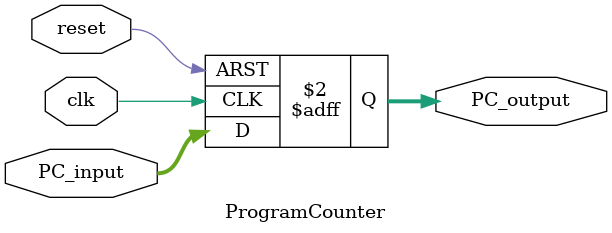
<source format=v>
`timescale 1ns / 1ps


module ProgramCounter(
    
    input clk,
    input reset,
    input [31:0] PC_input,
    output [31:0] PC_output
    );
    
    always @(posedge clk or posedge reset)
        begin
            if (reset)
                PC_output <= 32'b00;
            else
                PC_output<=PC_input;
        end
endmodule

</source>
